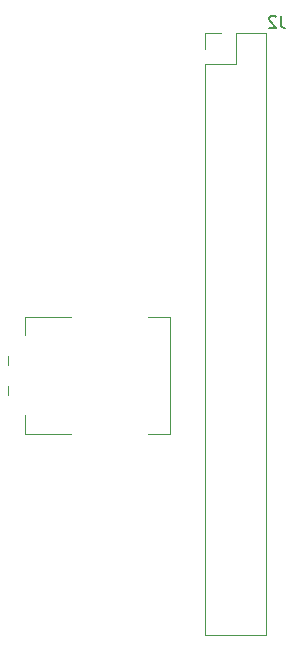
<source format=gbr>
%TF.GenerationSoftware,KiCad,Pcbnew,9.0.0*%
%TF.CreationDate,2025-04-10T20:22:44-05:00*%
%TF.ProjectId,SN76489AN_soundboard1,534e3736-3438-4394-914e-5f736f756e64,rev?*%
%TF.SameCoordinates,Original*%
%TF.FileFunction,Legend,Bot*%
%TF.FilePolarity,Positive*%
%FSLAX46Y46*%
G04 Gerber Fmt 4.6, Leading zero omitted, Abs format (unit mm)*
G04 Created by KiCad (PCBNEW 9.0.0) date 2025-04-10 20:22:44*
%MOMM*%
%LPD*%
G01*
G04 APERTURE LIST*
%ADD10C,0.150000*%
%ADD11C,0.120000*%
G04 APERTURE END LIST*
D10*
X89063333Y-37564819D02*
X89063333Y-38279104D01*
X89063333Y-38279104D02*
X89110952Y-38421961D01*
X89110952Y-38421961D02*
X89206190Y-38517200D01*
X89206190Y-38517200D02*
X89349047Y-38564819D01*
X89349047Y-38564819D02*
X89444285Y-38564819D01*
X88634761Y-37660057D02*
X88587142Y-37612438D01*
X88587142Y-37612438D02*
X88491904Y-37564819D01*
X88491904Y-37564819D02*
X88253809Y-37564819D01*
X88253809Y-37564819D02*
X88158571Y-37612438D01*
X88158571Y-37612438D02*
X88110952Y-37660057D01*
X88110952Y-37660057D02*
X88063333Y-37755295D01*
X88063333Y-37755295D02*
X88063333Y-37850533D01*
X88063333Y-37850533D02*
X88110952Y-37993390D01*
X88110952Y-37993390D02*
X88682380Y-38564819D01*
X88682380Y-38564819D02*
X88063333Y-38564819D01*
D11*
%TO.C,RV1*%
X65942500Y-67129000D02*
X65942500Y-66370000D01*
X65942500Y-69629000D02*
X65942500Y-68870000D01*
X67442500Y-63030000D02*
X71307500Y-63030000D01*
X67442500Y-64630000D02*
X67442500Y-63030000D01*
X67442500Y-72970000D02*
X67442500Y-71371000D01*
X67442500Y-72970000D02*
X71307500Y-72970000D01*
X77812500Y-63030000D02*
X79682500Y-63030000D01*
X77812500Y-72970000D02*
X79682500Y-72970000D01*
X79682500Y-72970000D02*
X79682500Y-63030000D01*
%TO.C,J2*%
X82630000Y-39050000D02*
X82630000Y-40380000D01*
X82630000Y-41650000D02*
X82630000Y-89970000D01*
X83960000Y-39050000D02*
X82630000Y-39050000D01*
X85230000Y-39050000D02*
X85230000Y-41650000D01*
X85230000Y-41650000D02*
X82630000Y-41650000D01*
X87830000Y-39050000D02*
X85230000Y-39050000D01*
X87830000Y-39050000D02*
X87830000Y-89970000D01*
X87830000Y-89970000D02*
X82630000Y-89970000D01*
%TD*%
M02*

</source>
